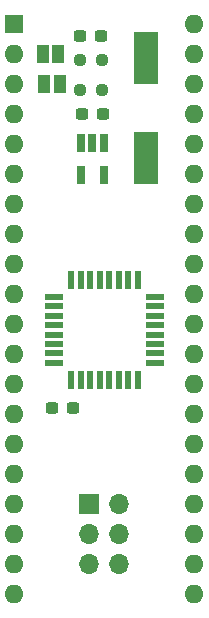
<source format=gbr>
%TF.GenerationSoftware,KiCad,Pcbnew,6.0.2-378541a8eb~116~ubuntu21.10.1*%
%TF.CreationDate,2022-02-13T12:51:08+01:00*%
%TF.ProjectId,QL_IC24,514c5f49-4332-4342-9e6b-696361645f70,00*%
%TF.SameCoordinates,Original*%
%TF.FileFunction,Soldermask,Top*%
%TF.FilePolarity,Negative*%
%FSLAX46Y46*%
G04 Gerber Fmt 4.6, Leading zero omitted, Abs format (unit mm)*
G04 Created by KiCad (PCBNEW 6.0.2-378541a8eb~116~ubuntu21.10.1) date 2022-02-13 12:51:08*
%MOMM*%
%LPD*%
G01*
G04 APERTURE LIST*
G04 Aperture macros list*
%AMRoundRect*
0 Rectangle with rounded corners*
0 $1 Rounding radius*
0 $2 $3 $4 $5 $6 $7 $8 $9 X,Y pos of 4 corners*
0 Add a 4 corners polygon primitive as box body*
4,1,4,$2,$3,$4,$5,$6,$7,$8,$9,$2,$3,0*
0 Add four circle primitives for the rounded corners*
1,1,$1+$1,$2,$3*
1,1,$1+$1,$4,$5*
1,1,$1+$1,$6,$7*
1,1,$1+$1,$8,$9*
0 Add four rect primitives between the rounded corners*
20,1,$1+$1,$2,$3,$4,$5,0*
20,1,$1+$1,$4,$5,$6,$7,0*
20,1,$1+$1,$6,$7,$8,$9,0*
20,1,$1+$1,$8,$9,$2,$3,0*%
G04 Aperture macros list end*
%ADD10R,1.000000X1.500000*%
%ADD11R,1.700000X1.700000*%
%ADD12O,1.700000X1.700000*%
%ADD13R,2.000000X4.500000*%
%ADD14R,0.650000X1.560000*%
%ADD15R,1.600000X1.600000*%
%ADD16O,1.600000X1.600000*%
%ADD17RoundRect,0.237500X0.250000X0.237500X-0.250000X0.237500X-0.250000X-0.237500X0.250000X-0.237500X0*%
%ADD18RoundRect,0.237500X0.300000X0.237500X-0.300000X0.237500X-0.300000X-0.237500X0.300000X-0.237500X0*%
%ADD19R,1.600000X0.550000*%
%ADD20R,0.550000X1.600000*%
%ADD21RoundRect,0.237500X-0.300000X-0.237500X0.300000X-0.237500X0.300000X0.237500X-0.300000X0.237500X0*%
G04 APERTURE END LIST*
D10*
%TO.C,JP2*%
X118140000Y-73660000D03*
X116840000Y-73660000D03*
%TD*%
%TO.C,JP1*%
X117998000Y-71120000D03*
X116698000Y-71120000D03*
%TD*%
D11*
%TO.C,J2*%
X120650000Y-109220000D03*
D12*
X123190000Y-109220000D03*
X120650000Y-111760000D03*
X123190000Y-111760000D03*
X120650000Y-114300000D03*
X123190000Y-114300000D03*
%TD*%
D13*
%TO.C,Y1*%
X125476000Y-79942000D03*
X125476000Y-71442000D03*
%TD*%
D14*
%TO.C,U2*%
X121854000Y-78660000D03*
X120904000Y-78660000D03*
X119954000Y-78660000D03*
X119954000Y-81360000D03*
X121854000Y-81360000D03*
%TD*%
D15*
%TO.C,J1*%
X114300000Y-68580000D03*
D16*
X114300000Y-71120000D03*
X114300000Y-73660000D03*
X114300000Y-76200000D03*
X114300000Y-78740000D03*
X114300000Y-81280000D03*
X114300000Y-83820000D03*
X114300000Y-86360000D03*
X114300000Y-88900000D03*
X114300000Y-91440000D03*
X114300000Y-93980000D03*
X114300000Y-96520000D03*
X114300000Y-99060000D03*
X114300000Y-101600000D03*
X114300000Y-104140000D03*
X114300000Y-106680000D03*
X114300000Y-109220000D03*
X114300000Y-111760000D03*
X114300000Y-114300000D03*
X114300000Y-116840000D03*
X129540000Y-116840000D03*
X129540000Y-114300000D03*
X129540000Y-111760000D03*
X129540000Y-109220000D03*
X129540000Y-106680000D03*
X129540000Y-104140000D03*
X129540000Y-101600000D03*
X129540000Y-99060000D03*
X129540000Y-96520000D03*
X129540000Y-93980000D03*
X129540000Y-91440000D03*
X129540000Y-88900000D03*
X129540000Y-86360000D03*
X129540000Y-83820000D03*
X129540000Y-81280000D03*
X129540000Y-78740000D03*
X129540000Y-76200000D03*
X129540000Y-73660000D03*
X129540000Y-71120000D03*
X129540000Y-68580000D03*
%TD*%
D17*
%TO.C,R1*%
X121713000Y-74168000D03*
X119888000Y-74168000D03*
%TD*%
D18*
%TO.C,C1*%
X119226500Y-101092000D03*
X117501500Y-101092000D03*
%TD*%
%TO.C,C3*%
X121766500Y-76200000D03*
X120041500Y-76200000D03*
%TD*%
D19*
%TO.C,U1*%
X117675000Y-91688000D03*
X117675000Y-92488000D03*
X117675000Y-93288000D03*
X117675000Y-94088000D03*
X117675000Y-94888000D03*
X117675000Y-95688000D03*
X117675000Y-96488000D03*
X117675000Y-97288000D03*
D20*
X119125000Y-98738000D03*
X119925000Y-98738000D03*
X120725000Y-98738000D03*
X121525000Y-98738000D03*
X122325000Y-98738000D03*
X123125000Y-98738000D03*
X123925000Y-98738000D03*
X124725000Y-98738000D03*
D19*
X126175000Y-97288000D03*
X126175000Y-96488000D03*
X126175000Y-95688000D03*
X126175000Y-94888000D03*
X126175000Y-94088000D03*
X126175000Y-93288000D03*
X126175000Y-92488000D03*
X126175000Y-91688000D03*
D20*
X124725000Y-90238000D03*
X123925000Y-90238000D03*
X123125000Y-90238000D03*
X122325000Y-90238000D03*
X121525000Y-90238000D03*
X120725000Y-90238000D03*
X119925000Y-90238000D03*
X119125000Y-90238000D03*
%TD*%
D17*
%TO.C,R2*%
X121713000Y-71628000D03*
X119888000Y-71628000D03*
%TD*%
D21*
%TO.C,C2*%
X119888000Y-69596000D03*
X121613000Y-69596000D03*
%TD*%
M02*

</source>
